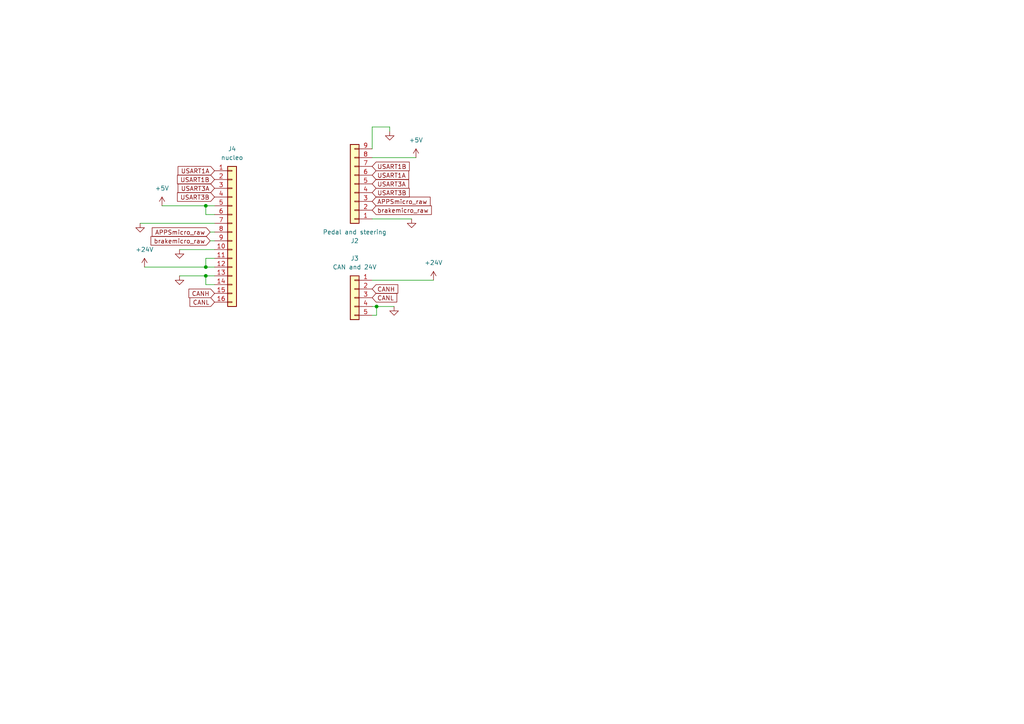
<source format=kicad_sch>
(kicad_sch (version 20230121) (generator eeschema)
  (paper "A4")
  (title_block (title "EP5 rearbox left connector ") (date "2024-06-27") (rev "2.0") (company "NTURacing") (comment 1 "郭哲明") (comment 2 "Electrical group"))
  (lib_symbols
    (symbol "Connector_Generic:Conn_01x05" (pin_names (offset 1.016) hide)
      (property "Reference" "J" (at 0 7.62 0))
      (property "Value" "Conn_01x05" (at 0 -7.62 0))
      (symbol "Conn_01x05_1_1"
        (rectangle (start -1.27 -4.953) (end 0 -5.207) (stroke (width 0.1524)))
        (rectangle (start -1.27 -2.413) (end 0 -2.667) (stroke (width 0.1524)))
        (rectangle (start -1.27 0.127) (end 0 -0.127) (stroke (width 0.1524)))
        (rectangle (start -1.27 2.667) (end 0 2.413) (stroke (width 0.1524)))
        (rectangle (start -1.27 5.207) (end 0 4.953) (stroke (width 0.1524)))
        (rectangle (start -1.27 6.35) (end 1.27 -6.35) (stroke (width 0.254)) (fill (type background)))
        (pin passive line (at -5.08 5.08 0) (length 3.81) (name "Pin_1") (number "1"))
        (pin passive line (at -5.08 2.54 0) (length 3.81) (name "Pin_2") (number "2"))
        (pin passive line (at -5.08 0 0) (length 3.81) (name "Pin_3") (number "3"))
        (pin passive line (at -5.08 -2.54 0) (length 3.81) (name "Pin_4") (number "4"))
        (pin passive line (at -5.08 -5.08 0) (length 3.81) (name "Pin_5") (number "5"))
      )
    )
    (symbol "Connector_Generic:Conn_01x09" (pin_names (offset 1.016) hide)
      (property "Reference" "J" (at 0 12.7 0))
      (property "Value" "Conn_01x09" (at 0 -12.7 0))
      (symbol "Conn_01x09_1_1"
        (rectangle (start -1.27 -10.033) (end 0 -10.287) (stroke (width 0.1524)))
        (rectangle (start -1.27 -7.493) (end 0 -7.747) (stroke (width 0.1524)))
        (rectangle (start -1.27 -4.953) (end 0 -5.207) (stroke (width 0.1524)))
        (rectangle (start -1.27 -2.413) (end 0 -2.667) (stroke (width 0.1524)))
        (rectangle (start -1.27 0.127) (end 0 -0.127) (stroke (width 0.1524)))
        (rectangle (start -1.27 2.667) (end 0 2.413) (stroke (width 0.1524)))
        (rectangle (start -1.27 5.207) (end 0 4.953) (stroke (width 0.1524)))
        (rectangle (start -1.27 7.747) (end 0 7.493) (stroke (width 0.1524)))
        (rectangle (start -1.27 10.287) (end 0 10.033) (stroke (width 0.1524)))
        (rectangle (start -1.27 11.43) (end 1.27 -11.43) (stroke (width 0.254)) (fill (type background)))
        (pin passive line (at -5.08 10.16 0) (length 3.81) (name "Pin_1") (number "1"))
        (pin passive line (at -5.08 7.62 0) (length 3.81) (name "Pin_2") (number "2"))
        (pin passive line (at -5.08 5.08 0) (length 3.81) (name "Pin_3") (number "3"))
        (pin passive line (at -5.08 2.54 0) (length 3.81) (name "Pin_4") (number "4"))
        (pin passive line (at -5.08 0 0) (length 3.81) (name "Pin_5") (number "5"))
        (pin passive line (at -5.08 -2.54 0) (length 3.81) (name "Pin_6") (number "6"))
        (pin passive line (at -5.08 -5.08 0) (length 3.81) (name "Pin_7") (number "7"))
        (pin passive line (at -5.08 -7.62 0) (length 3.81) (name "Pin_8") (number "8"))
        (pin passive line (at -5.08 -10.16 0) (length 3.81) (name "Pin_9") (number "9"))
      )
    )
    (symbol "Connector_Generic:Conn_01x16" (pin_names (offset 1.016) hide)
      (property "Reference" "J" (at 0 20.32 0))
      (property "Value" "Conn_01x16" (at 0 -22.86 0))
      (symbol "Conn_01x16_1_1"
        (rectangle (start -1.27 -20.193) (end 0 -20.447) (stroke (width 0.1524)))
        (rectangle (start -1.27 -17.653) (end 0 -17.907) (stroke (width 0.1524)))
        (rectangle (start -1.27 -15.113) (end 0 -15.367) (stroke (width 0.1524)))
        (rectangle (start -1.27 -12.573) (end 0 -12.827) (stroke (width 0.1524)))
        (rectangle (start -1.27 -10.033) (end 0 -10.287) (stroke (width 0.1524)))
        (rectangle (start -1.27 -7.493) (end 0 -7.747) (stroke (width 0.1524)))
        (rectangle (start -1.27 -4.953) (end 0 -5.207) (stroke (width 0.1524)))
        (rectangle (start -1.27 -2.413) (end 0 -2.667) (stroke (width 0.1524)))
        (rectangle (start -1.27 0.127) (end 0 -0.127) (stroke (width 0.1524)))
        (rectangle (start -1.27 2.667) (end 0 2.413) (stroke (width 0.1524)))
        (rectangle (start -1.27 5.207) (end 0 4.953) (stroke (width 0.1524)))
        (rectangle (start -1.27 7.747) (end 0 7.493) (stroke (width 0.1524)))
        (rectangle (start -1.27 10.287) (end 0 10.033) (stroke (width 0.1524)))
        (rectangle (start -1.27 12.827) (end 0 12.573) (stroke (width 0.1524)))
        (rectangle (start -1.27 15.367) (end 0 15.113) (stroke (width 0.1524)))
        (rectangle (start -1.27 17.907) (end 0 17.653) (stroke (width 0.1524)))
        (rectangle (start -1.27 19.05) (end 1.27 -21.59) (stroke (width 0.254)) (fill (type background)))
        (pin passive line (at -5.08 17.78 0) (length 3.81) (name "Pin_1") (number "1"))
        (pin passive line (at -5.08 -5.08 0) (length 3.81) (name "Pin_10") (number "10"))
        (pin passive line (at -5.08 -7.62 0) (length 3.81) (name "Pin_11") (number "11"))
        (pin passive line (at -5.08 -10.16 0) (length 3.81) (name "Pin_12") (number "12"))
        (pin passive line (at -5.08 -12.7 0) (length 3.81) (name "Pin_13") (number "13"))
        (pin passive line (at -5.08 -15.24 0) (length 3.81) (name "Pin_14") (number "14"))
        (pin passive line (at -5.08 -17.78 0) (length 3.81) (name "Pin_15") (number "15"))
        (pin passive line (at -5.08 -20.32 0) (length 3.81) (name "Pin_16") (number "16"))
        (pin passive line (at -5.08 15.24 0) (length 3.81) (name "Pin_2") (number "2"))
        (pin passive line (at -5.08 12.7 0) (length 3.81) (name "Pin_3") (number "3"))
        (pin passive line (at -5.08 10.16 0) (length 3.81) (name "Pin_4") (number "4"))
        (pin passive line (at -5.08 7.62 0) (length 3.81) (name "Pin_5") (number "5"))
        (pin passive line (at -5.08 5.08 0) (length 3.81) (name "Pin_6") (number "6"))
        (pin passive line (at -5.08 2.54 0) (length 3.81) (name "Pin_7") (number "7"))
        (pin passive line (at -5.08 0 0) (length 3.81) (name "Pin_8") (number "8"))
        (pin passive line (at -5.08 -2.54 0) (length 3.81) (name "Pin_9") (number "9"))
      )
    )
    (symbol "power:+24V" (power) (pin_names (offset 0))
      (property "Value" "+24V" (at 0 3.556 0))
      (symbol "+24V_0_1"
        (polyline (pts (xy -0.762 1.27) (xy 0 2.54)))
        (polyline (pts (xy 0 0) (xy 0 2.54)))
        (polyline (pts (xy 0 2.54) (xy 0.762 1.27)))
      )
      (symbol "+24V_1_1"
        (pin power_in line (at 0 0 90) (length 0) hide (name "+24V") (number "1"))
      )
    )
    (symbol "power:+5V" (power) (pin_names (offset 0))
      (property "Value" "+5V" (at 0 3.556 0))
      (symbol "+5V_0_1"
        (polyline (pts (xy -0.762 1.27) (xy 0 2.54)))
        (polyline (pts (xy 0 0) (xy 0 2.54)))
        (polyline (pts (xy 0 2.54) (xy 0.762 1.27)))
      )
      (symbol "+5V_1_1"
        (pin power_in line (at 0 0 90) (length 0) hide (name "+5V") (number "1"))
      )
    )
    (symbol "power:GND" (power) (pin_names (offset 0))
      (property "Value" "GND" (at 0 -3.81 0))
      (symbol "GND_0_1"
        (polyline (pts (xy 0 0) (xy 0 -1.27) (xy 1.27 -1.27) (xy 0 -2.54) (xy -1.27 -1.27) (xy 0 -1.27)))
      )
      (symbol "GND_1_1"
        (pin power_in line (at 0 0 270) (length 0) hide (name "GND") (number "1"))
      )
    )
  )
  (junction (at 109.22 88.9))
  (junction (at 59.69 59.69))
  (junction (at 59.69 77.47))
  (junction (at 59.69 80.01))
  (wire (pts (xy 113.03 38.1) (xy 113.03 36.83)))
  (wire (pts (xy 59.69 77.47) (xy 62.23 77.47)))
  (wire (pts (xy 59.69 80.01) (xy 62.23 80.01)))
  (wire (pts (xy 109.22 88.9) (xy 107.95 88.9)))
  (wire (pts (xy 59.69 80.01) (xy 59.69 82.55)))
  (wire (pts (xy 109.22 88.9) (xy 109.22 91.44)))
  (wire (pts (xy 59.69 82.55) (xy 62.23 82.55)))
  (wire (pts (xy 107.95 36.83) (xy 107.95 43.18)))
  (wire (pts (xy 109.22 91.44) (xy 107.95 91.44)))
  (wire (pts (xy 120.65 45.72) (xy 107.95 45.72)))
  (wire (pts (xy 59.69 74.93) (xy 59.69 77.47)))
  (wire (pts (xy 62.23 62.23) (xy 59.69 62.23)))
  (wire (pts (xy 59.69 59.69) (xy 46.99 59.69)))
  (wire (pts (xy 59.69 59.69) (xy 59.69 62.23)))
  (wire (pts (xy 114.3 88.9) (xy 109.22 88.9)))
  (wire (pts (xy 125.73 81.28) (xy 107.95 81.28)))
  (wire (pts (xy 113.03 36.83) (xy 107.95 36.83)))
  (wire (pts (xy 62.23 64.77) (xy 40.64 64.77)))
  (wire (pts (xy 62.23 69.85) (xy 60.96 69.85)))
  (wire (pts (xy 62.23 74.93) (xy 59.69 74.93)))
  (wire (pts (xy 107.95 63.5) (xy 119.38 63.5)))
  (wire (pts (xy 59.69 77.47) (xy 41.91 77.47)))
  (wire (pts (xy 59.69 80.01) (xy 52.07 80.01)))
  (wire (pts (xy 52.07 72.39) (xy 62.23 72.39)))
  (wire (pts (xy 62.23 59.69) (xy 59.69 59.69)))
  (wire (pts (xy 62.23 67.31) (xy 60.96 67.31)))
  (global_label "USART1A" (shape input) (at 62.23 49.53 180) (property "Intersheetrefs" "${INTERSHEET_REFS}" (effects hide)))
  (global_label "CANH" (shape input) (at 62.23 85.09 180) (property "Intersheetrefs" "${INTERSHEET_REFS}" (effects hide)))
  (global_label "CANH" (shape input) (at 107.95 83.82 0) (property "Intersheetrefs" "${INTERSHEET_REFS}" (effects hide)))
  (global_label "USART3A" (shape input) (at 107.95 53.34 0) (property "Intersheetrefs" "${INTERSHEET_REFS}" (effects hide)))
  (global_label "brakemicro_raw" (shape input) (at 60.96 69.85 180) (property "Intersheetrefs" "${INTERSHEET_REFS}" (effects hide)))
  (global_label "USART1B" (shape input) (at 62.23 52.07 180) (property "Intersheetrefs" "${INTERSHEET_REFS}" (effects hide)))
  (global_label "CANL" (shape input) (at 107.95 86.36 0) (property "Intersheetrefs" "${INTERSHEET_REFS}" (effects hide)))
  (global_label "CANL" (shape input) (at 62.23 87.63 180) (property "Intersheetrefs" "${INTERSHEET_REFS}" (effects hide)))
  (global_label "APPSmicro_raw" (shape input) (at 107.95 58.42 0) (property "Intersheetrefs" "${INTERSHEET_REFS}" (effects hide)))
  (global_label "USART3A" (shape input) (at 62.23 54.61 180) (property "Intersheetrefs" "${INTERSHEET_REFS}" (effects hide)))
  (global_label "USART3B" (shape input) (at 62.23 57.15 180) (property "Intersheetrefs" "${INTERSHEET_REFS}" (effects hide)))
  (global_label "brakemicro_raw" (shape input) (at 107.95 60.96 0) (property "Intersheetrefs" "${INTERSHEET_REFS}" (effects hide)))
  (global_label "USART1B" (shape input) (at 107.95 48.26 0) (property "Intersheetrefs" "${INTERSHEET_REFS}" (effects hide)))
  (global_label "APPSmicro_raw" (shape input) (at 60.96 67.31 180) (property "Intersheetrefs" "${INTERSHEET_REFS}" (effects hide)))
  (global_label "USART3B" (shape input) (at 107.95 55.88 0) (property "Intersheetrefs" "${INTERSHEET_REFS}" (effects hide)))
  (global_label "USART1A" (shape input) (at 107.95 50.8 0) (property "Intersheetrefs" "${INTERSHEET_REFS}" (effects hide)))
  (symbol (lib_id "power:+24V") (at 125.73 81.28 0) (unit 1)
    (property "Reference" "#PWR09" (effects hide))
    (property "Value" "+24V" (at 125.73 76.2 0))
  )
  (symbol (lib_id "Connector_Generic:Conn_01x09") (at 102.87 53.34 180) (unit 1)
    (property "Reference" "J2" (at 102.87 69.85 0))
    (property "Value" "Pedal and steering" (at 102.87 67.31 0))
    (property "Footprint" "nturt_kicad_lib:WP-08F3-19-11" (effects hide))
  )
  (symbol (lib_id "Connector_Generic:Conn_01x05") (at 102.87 86.36 0) (mirror y) (unit 1)
    (property "Reference" "J3" (at 102.87 74.93 0))
    (property "Value" "CAN and 24V" (at 102.87 77.47 0))
    (property "Footprint" "nturt_kicad_lib:WP-04F3-26-11" (effects hide))
  )
  (symbol (lib_id "power:+5V") (at 46.99 59.69 0) (mirror y) (unit 1)
    (property "Reference" "#PWR011" (effects hide))
    (property "Value" "+5V" (at 46.99 54.61 0))
  )
  (symbol (lib_id "power:GND") (at 119.38 63.5 0) (unit 1)
    (property "Reference" "#PWR08" (effects hide))
    (property "Value" "GND" (effects hide))
  )
  (symbol (lib_id "power:GND") (at 40.64 64.77 0) (mirror y) (unit 1)
    (property "Reference" "#PWR012" (effects hide))
    (property "Value" "GND" (effects hide))
  )
  (symbol (lib_id "Connector_Generic:Conn_01x16") (at 67.31 67.31 0) (unit 1)
    (property "Reference" "J4" (at 67.31 43.18 0))
    (property "Value" "nucleo" (at 67.31 45.72 0))
    (property "Footprint" "Connector_IDC:IDC-Header_2x08_P2.54mm_Vertical" (effects hide))
  )
  (symbol (lib_id "power:GND") (at 52.07 72.39 0) (mirror y) (unit 1)
    (property "Reference" "#PWR013" (effects hide))
    (property "Value" "GND" (effects hide))
  )
  (symbol (lib_id "power:+24V") (at 41.91 77.47 0) (mirror y) (unit 1)
    (property "Reference" "#PWR014" (effects hide))
    (property "Value" "+24V" (at 41.91 72.39 0))
  )
  (symbol (lib_id "power:GND") (at 114.3 88.9 0) (unit 1)
    (property "Reference" "#PWR02" (effects hide))
    (property "Value" "GND" (effects hide))
  )
  (symbol (lib_id "power:GND") (at 113.03 38.1 0) (unit 1)
    (property "Reference" "#PWR01" (effects hide))
    (property "Value" "GND" (effects hide))
  )
  (symbol (lib_id "power:GND") (at 52.07 80.01 0) (mirror y) (unit 1)
    (property "Reference" "#PWR015" (effects hide))
    (property "Value" "GND" (effects hide))
  )
  (symbol (lib_id "power:+5V") (at 120.65 45.72 0) (unit 1)
    (property "Reference" "#PWR07" (effects hide))
    (property "Value" "+5V" (at 120.65 40.64 0))
  )
)
</source>
